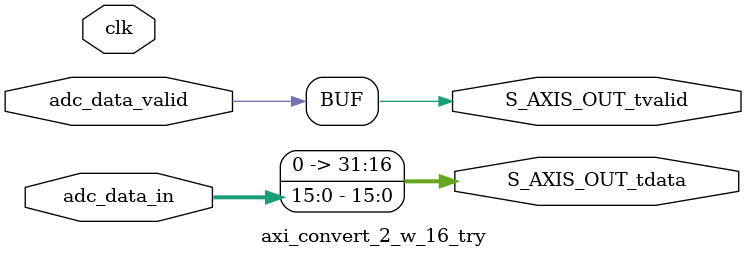
<source format=v>
`timescale 1ns / 1ps


module axi_convert_2_w_16_try
#(
    parameter ADC_WIDTH = 16,
    parameter AXIS_TDATA_WIDTH = 32,
    parameter Delay = 3
)
(
    input                               clk,
    input [ADC_WIDTH-1:0]               adc_data_in,
    input                               adc_data_valid,
    output  [AXIS_TDATA_WIDTH-1:0]  S_AXIS_OUT_tdata,
    output                               S_AXIS_OUT_tvalid

    );
    
assign S_AXIS_OUT_tvalid =  adc_data_valid; 
assign S_AXIS_OUT_tdata[15:0] =  adc_data_in[ADC_WIDTH-1:0]; 
assign S_AXIS_OUT_tdata[31:16] =  16'd0; 



    
endmodule

</source>
